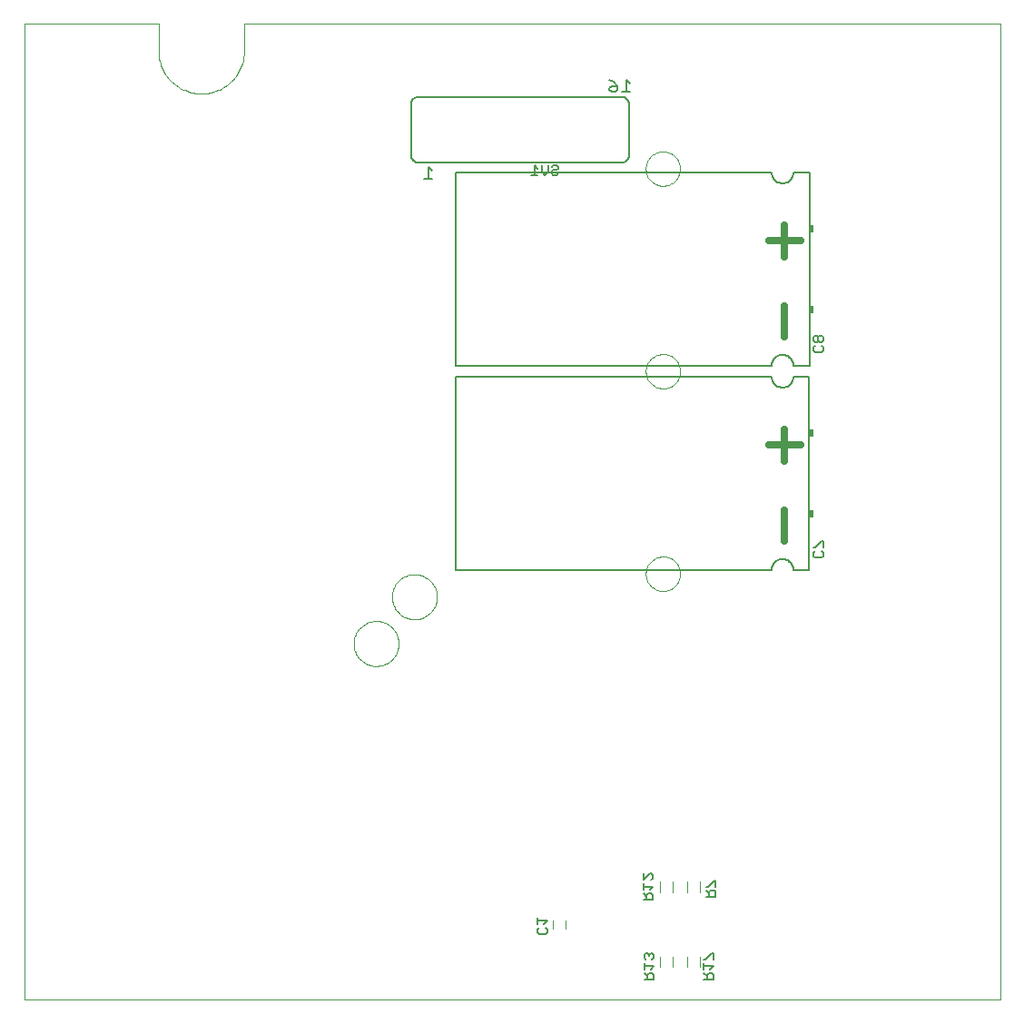
<source format=gbo>
G75*
G70*
%OFA0B0*%
%FSLAX24Y24*%
%IPPOS*%
%LPD*%
%AMOC8*
5,1,8,0,0,1.08239X$1,22.5*
%
%ADD10C,0.0000*%
%ADD11C,0.0050*%
%ADD12C,0.0280*%
%ADD13R,0.0138X0.0315*%
%ADD14C,0.0060*%
%ADD15C,0.0031*%
D10*
X000233Y000233D02*
X000233Y036060D01*
X005154Y036060D01*
X005154Y035076D01*
X005156Y034999D01*
X005162Y034922D01*
X005171Y034845D01*
X005184Y034769D01*
X005201Y034693D01*
X005222Y034619D01*
X005246Y034545D01*
X005274Y034473D01*
X005305Y034403D01*
X005340Y034334D01*
X005378Y034266D01*
X005419Y034201D01*
X005464Y034138D01*
X005512Y034077D01*
X005562Y034018D01*
X005615Y033962D01*
X005671Y033909D01*
X005730Y033859D01*
X005791Y033811D01*
X005854Y033766D01*
X005919Y033725D01*
X005987Y033687D01*
X006056Y033652D01*
X006126Y033621D01*
X006198Y033593D01*
X006272Y033569D01*
X006346Y033548D01*
X006422Y033531D01*
X006498Y033518D01*
X006575Y033509D01*
X006652Y033503D01*
X006729Y033501D01*
X006806Y033503D01*
X006883Y033509D01*
X006960Y033518D01*
X007036Y033531D01*
X007112Y033548D01*
X007186Y033569D01*
X007260Y033593D01*
X007332Y033621D01*
X007402Y033652D01*
X007471Y033687D01*
X007539Y033725D01*
X007604Y033766D01*
X007667Y033811D01*
X007728Y033859D01*
X007787Y033909D01*
X007843Y033962D01*
X007896Y034018D01*
X007946Y034077D01*
X007994Y034138D01*
X008039Y034201D01*
X008080Y034266D01*
X008118Y034334D01*
X008153Y034403D01*
X008184Y034473D01*
X008212Y034545D01*
X008236Y034619D01*
X008257Y034693D01*
X008274Y034769D01*
X008287Y034845D01*
X008296Y034922D01*
X008302Y034999D01*
X008304Y035076D01*
X008304Y036060D01*
X036060Y036060D01*
X036060Y000233D01*
X000233Y000233D01*
X012322Y013305D02*
X012324Y013362D01*
X012330Y013419D01*
X012340Y013475D01*
X012353Y013531D01*
X012371Y013585D01*
X012392Y013638D01*
X012417Y013689D01*
X012445Y013739D01*
X012477Y013786D01*
X012511Y013832D01*
X012549Y013874D01*
X012590Y013914D01*
X012633Y013952D01*
X012679Y013986D01*
X012727Y014016D01*
X012777Y014044D01*
X012829Y014068D01*
X012883Y014088D01*
X012937Y014104D01*
X012993Y014117D01*
X013049Y014126D01*
X013106Y014131D01*
X013163Y014132D01*
X013220Y014129D01*
X013277Y014122D01*
X013333Y014111D01*
X013388Y014097D01*
X013442Y014078D01*
X013495Y014056D01*
X013546Y014031D01*
X013595Y014001D01*
X013642Y013969D01*
X013687Y013933D01*
X013729Y013895D01*
X013768Y013853D01*
X013804Y013809D01*
X013838Y013763D01*
X013868Y013714D01*
X013894Y013664D01*
X013917Y013612D01*
X013936Y013558D01*
X013952Y013503D01*
X013964Y013447D01*
X013972Y013390D01*
X013976Y013334D01*
X013976Y013276D01*
X013972Y013220D01*
X013964Y013163D01*
X013952Y013107D01*
X013936Y013052D01*
X013917Y012998D01*
X013894Y012946D01*
X013868Y012896D01*
X013838Y012847D01*
X013804Y012801D01*
X013768Y012757D01*
X013729Y012715D01*
X013687Y012677D01*
X013642Y012641D01*
X013595Y012609D01*
X013546Y012579D01*
X013495Y012554D01*
X013442Y012532D01*
X013388Y012513D01*
X013333Y012499D01*
X013277Y012488D01*
X013220Y012481D01*
X013163Y012478D01*
X013106Y012479D01*
X013049Y012484D01*
X012993Y012493D01*
X012937Y012506D01*
X012883Y012522D01*
X012829Y012542D01*
X012777Y012566D01*
X012727Y012594D01*
X012679Y012624D01*
X012633Y012658D01*
X012590Y012696D01*
X012549Y012736D01*
X012511Y012778D01*
X012477Y012824D01*
X012445Y012871D01*
X012417Y012921D01*
X012392Y012972D01*
X012371Y013025D01*
X012353Y013079D01*
X012340Y013135D01*
X012330Y013191D01*
X012324Y013248D01*
X012322Y013305D01*
X013728Y015024D02*
X013730Y015081D01*
X013736Y015138D01*
X013746Y015194D01*
X013759Y015250D01*
X013777Y015304D01*
X013798Y015357D01*
X013823Y015408D01*
X013851Y015458D01*
X013883Y015505D01*
X013917Y015551D01*
X013955Y015593D01*
X013996Y015633D01*
X014039Y015671D01*
X014085Y015705D01*
X014133Y015735D01*
X014183Y015763D01*
X014235Y015787D01*
X014289Y015807D01*
X014343Y015823D01*
X014399Y015836D01*
X014455Y015845D01*
X014512Y015850D01*
X014569Y015851D01*
X014626Y015848D01*
X014683Y015841D01*
X014739Y015830D01*
X014794Y015816D01*
X014848Y015797D01*
X014901Y015775D01*
X014952Y015750D01*
X015001Y015720D01*
X015048Y015688D01*
X015093Y015652D01*
X015135Y015614D01*
X015174Y015572D01*
X015210Y015528D01*
X015244Y015482D01*
X015274Y015433D01*
X015300Y015383D01*
X015323Y015331D01*
X015342Y015277D01*
X015358Y015222D01*
X015370Y015166D01*
X015378Y015109D01*
X015382Y015053D01*
X015382Y014995D01*
X015378Y014939D01*
X015370Y014882D01*
X015358Y014826D01*
X015342Y014771D01*
X015323Y014717D01*
X015300Y014665D01*
X015274Y014615D01*
X015244Y014566D01*
X015210Y014520D01*
X015174Y014476D01*
X015135Y014434D01*
X015093Y014396D01*
X015048Y014360D01*
X015001Y014328D01*
X014952Y014298D01*
X014901Y014273D01*
X014848Y014251D01*
X014794Y014232D01*
X014739Y014218D01*
X014683Y014207D01*
X014626Y014200D01*
X014569Y014197D01*
X014512Y014198D01*
X014455Y014203D01*
X014399Y014212D01*
X014343Y014225D01*
X014289Y014241D01*
X014235Y014261D01*
X014183Y014285D01*
X014133Y014313D01*
X014085Y014343D01*
X014039Y014377D01*
X013996Y014415D01*
X013955Y014455D01*
X013917Y014497D01*
X013883Y014543D01*
X013851Y014590D01*
X013823Y014640D01*
X013798Y014691D01*
X013777Y014744D01*
X013759Y014798D01*
X013746Y014854D01*
X013736Y014910D01*
X013730Y014967D01*
X013728Y015024D01*
X023050Y015868D02*
X023052Y015918D01*
X023058Y015968D01*
X023068Y016017D01*
X023082Y016065D01*
X023099Y016112D01*
X023120Y016157D01*
X023145Y016201D01*
X023173Y016242D01*
X023205Y016281D01*
X023239Y016318D01*
X023276Y016352D01*
X023316Y016382D01*
X023358Y016409D01*
X023402Y016433D01*
X023448Y016454D01*
X023495Y016470D01*
X023543Y016483D01*
X023593Y016492D01*
X023642Y016497D01*
X023693Y016498D01*
X023743Y016495D01*
X023792Y016488D01*
X023841Y016477D01*
X023889Y016462D01*
X023935Y016444D01*
X023980Y016422D01*
X024023Y016396D01*
X024064Y016367D01*
X024103Y016335D01*
X024139Y016300D01*
X024171Y016262D01*
X024201Y016222D01*
X024228Y016179D01*
X024251Y016135D01*
X024270Y016089D01*
X024286Y016041D01*
X024298Y015992D01*
X024306Y015943D01*
X024310Y015893D01*
X024310Y015843D01*
X024306Y015793D01*
X024298Y015744D01*
X024286Y015695D01*
X024270Y015647D01*
X024251Y015601D01*
X024228Y015557D01*
X024201Y015514D01*
X024171Y015474D01*
X024139Y015436D01*
X024103Y015401D01*
X024064Y015369D01*
X024023Y015340D01*
X023980Y015314D01*
X023935Y015292D01*
X023889Y015274D01*
X023841Y015259D01*
X023792Y015248D01*
X023743Y015241D01*
X023693Y015238D01*
X023642Y015239D01*
X023593Y015244D01*
X023543Y015253D01*
X023495Y015266D01*
X023448Y015282D01*
X023402Y015303D01*
X023358Y015327D01*
X023316Y015354D01*
X023276Y015384D01*
X023239Y015418D01*
X023205Y015455D01*
X023173Y015494D01*
X023145Y015535D01*
X023120Y015579D01*
X023099Y015624D01*
X023082Y015671D01*
X023068Y015719D01*
X023058Y015768D01*
X023052Y015818D01*
X023050Y015868D01*
X023050Y023305D02*
X023052Y023355D01*
X023058Y023405D01*
X023068Y023454D01*
X023082Y023502D01*
X023099Y023549D01*
X023120Y023594D01*
X023145Y023638D01*
X023173Y023679D01*
X023205Y023718D01*
X023239Y023755D01*
X023276Y023789D01*
X023316Y023819D01*
X023358Y023846D01*
X023402Y023870D01*
X023448Y023891D01*
X023495Y023907D01*
X023543Y023920D01*
X023593Y023929D01*
X023642Y023934D01*
X023693Y023935D01*
X023743Y023932D01*
X023792Y023925D01*
X023841Y023914D01*
X023889Y023899D01*
X023935Y023881D01*
X023980Y023859D01*
X024023Y023833D01*
X024064Y023804D01*
X024103Y023772D01*
X024139Y023737D01*
X024171Y023699D01*
X024201Y023659D01*
X024228Y023616D01*
X024251Y023572D01*
X024270Y023526D01*
X024286Y023478D01*
X024298Y023429D01*
X024306Y023380D01*
X024310Y023330D01*
X024310Y023280D01*
X024306Y023230D01*
X024298Y023181D01*
X024286Y023132D01*
X024270Y023084D01*
X024251Y023038D01*
X024228Y022994D01*
X024201Y022951D01*
X024171Y022911D01*
X024139Y022873D01*
X024103Y022838D01*
X024064Y022806D01*
X024023Y022777D01*
X023980Y022751D01*
X023935Y022729D01*
X023889Y022711D01*
X023841Y022696D01*
X023792Y022685D01*
X023743Y022678D01*
X023693Y022675D01*
X023642Y022676D01*
X023593Y022681D01*
X023543Y022690D01*
X023495Y022703D01*
X023448Y022719D01*
X023402Y022740D01*
X023358Y022764D01*
X023316Y022791D01*
X023276Y022821D01*
X023239Y022855D01*
X023205Y022892D01*
X023173Y022931D01*
X023145Y022972D01*
X023120Y023016D01*
X023099Y023061D01*
X023082Y023108D01*
X023068Y023156D01*
X023058Y023205D01*
X023052Y023255D01*
X023050Y023305D01*
X023050Y030742D02*
X023052Y030792D01*
X023058Y030842D01*
X023068Y030891D01*
X023082Y030939D01*
X023099Y030986D01*
X023120Y031031D01*
X023145Y031075D01*
X023173Y031116D01*
X023205Y031155D01*
X023239Y031192D01*
X023276Y031226D01*
X023316Y031256D01*
X023358Y031283D01*
X023402Y031307D01*
X023448Y031328D01*
X023495Y031344D01*
X023543Y031357D01*
X023593Y031366D01*
X023642Y031371D01*
X023693Y031372D01*
X023743Y031369D01*
X023792Y031362D01*
X023841Y031351D01*
X023889Y031336D01*
X023935Y031318D01*
X023980Y031296D01*
X024023Y031270D01*
X024064Y031241D01*
X024103Y031209D01*
X024139Y031174D01*
X024171Y031136D01*
X024201Y031096D01*
X024228Y031053D01*
X024251Y031009D01*
X024270Y030963D01*
X024286Y030915D01*
X024298Y030866D01*
X024306Y030817D01*
X024310Y030767D01*
X024310Y030717D01*
X024306Y030667D01*
X024298Y030618D01*
X024286Y030569D01*
X024270Y030521D01*
X024251Y030475D01*
X024228Y030431D01*
X024201Y030388D01*
X024171Y030348D01*
X024139Y030310D01*
X024103Y030275D01*
X024064Y030243D01*
X024023Y030214D01*
X023980Y030188D01*
X023935Y030166D01*
X023889Y030148D01*
X023841Y030133D01*
X023792Y030122D01*
X023743Y030115D01*
X023693Y030112D01*
X023642Y030113D01*
X023593Y030118D01*
X023543Y030127D01*
X023495Y030140D01*
X023448Y030156D01*
X023402Y030177D01*
X023358Y030201D01*
X023316Y030228D01*
X023276Y030258D01*
X023239Y030292D01*
X023205Y030329D01*
X023173Y030368D01*
X023145Y030409D01*
X023120Y030453D01*
X023099Y030498D01*
X023082Y030545D01*
X023068Y030593D01*
X023058Y030642D01*
X023052Y030692D01*
X023050Y030742D01*
D11*
X022476Y033555D02*
X022176Y033555D01*
X022326Y033555D02*
X022326Y034005D01*
X022476Y033855D01*
X022015Y033780D02*
X022015Y033630D01*
X021940Y033555D01*
X021790Y033555D01*
X021715Y033630D01*
X021715Y033705D01*
X021790Y033780D01*
X022015Y033780D01*
X021865Y033930D01*
X021715Y034005D01*
X019764Y030868D02*
X019822Y030809D01*
X019822Y030751D01*
X019764Y030693D01*
X019647Y030693D01*
X019589Y030634D01*
X019589Y030576D01*
X019647Y030517D01*
X019764Y030517D01*
X019822Y030576D01*
X019764Y030868D02*
X019647Y030868D01*
X019589Y030809D01*
X019454Y030868D02*
X019454Y030634D01*
X019337Y030517D01*
X019221Y030634D01*
X019221Y030868D01*
X019086Y030751D02*
X018969Y030868D01*
X018969Y030517D01*
X019086Y030517D02*
X018852Y030517D01*
X016061Y030598D02*
X016061Y023512D01*
X027676Y023512D01*
X027675Y023512D02*
X027677Y023551D01*
X027683Y023589D01*
X027692Y023626D01*
X027705Y023663D01*
X027722Y023698D01*
X027741Y023731D01*
X027764Y023762D01*
X027790Y023791D01*
X027819Y023817D01*
X027850Y023840D01*
X027883Y023859D01*
X027918Y023876D01*
X027955Y023889D01*
X027992Y023898D01*
X028030Y023904D01*
X028069Y023906D01*
X028108Y023904D01*
X028146Y023898D01*
X028183Y023889D01*
X028220Y023876D01*
X028255Y023859D01*
X028288Y023840D01*
X028319Y023817D01*
X028348Y023791D01*
X028374Y023762D01*
X028397Y023731D01*
X028416Y023698D01*
X028433Y023663D01*
X028446Y023626D01*
X028455Y023589D01*
X028461Y023551D01*
X028463Y023512D01*
X029054Y023512D01*
X029054Y030598D01*
X028463Y030598D01*
X028461Y030559D01*
X028455Y030521D01*
X028446Y030484D01*
X028433Y030447D01*
X028416Y030412D01*
X028397Y030379D01*
X028374Y030348D01*
X028348Y030319D01*
X028319Y030293D01*
X028288Y030270D01*
X028255Y030251D01*
X028220Y030234D01*
X028183Y030221D01*
X028146Y030212D01*
X028108Y030206D01*
X028069Y030204D01*
X028030Y030206D01*
X027992Y030212D01*
X027955Y030221D01*
X027918Y030234D01*
X027883Y030251D01*
X027850Y030270D01*
X027819Y030293D01*
X027790Y030319D01*
X027764Y030348D01*
X027741Y030379D01*
X027722Y030412D01*
X027705Y030447D01*
X027692Y030484D01*
X027683Y030521D01*
X027677Y030559D01*
X027675Y030598D01*
X027676Y030598D02*
X016061Y030598D01*
X015215Y030655D02*
X015065Y030805D01*
X015065Y030355D01*
X015215Y030355D02*
X014915Y030355D01*
X016061Y023098D02*
X016061Y016012D01*
X027676Y016012D01*
X027675Y016012D02*
X027677Y016051D01*
X027683Y016089D01*
X027692Y016126D01*
X027705Y016163D01*
X027722Y016198D01*
X027741Y016231D01*
X027764Y016262D01*
X027790Y016291D01*
X027819Y016317D01*
X027850Y016340D01*
X027883Y016359D01*
X027918Y016376D01*
X027955Y016389D01*
X027992Y016398D01*
X028030Y016404D01*
X028069Y016406D01*
X028108Y016404D01*
X028146Y016398D01*
X028183Y016389D01*
X028220Y016376D01*
X028255Y016359D01*
X028288Y016340D01*
X028319Y016317D01*
X028348Y016291D01*
X028374Y016262D01*
X028397Y016231D01*
X028416Y016198D01*
X028433Y016163D01*
X028446Y016126D01*
X028455Y016089D01*
X028461Y016051D01*
X028463Y016012D01*
X029053Y016012D01*
X029053Y023098D01*
X028463Y023098D01*
X028461Y023059D01*
X028455Y023021D01*
X028446Y022984D01*
X028433Y022947D01*
X028416Y022912D01*
X028397Y022879D01*
X028374Y022848D01*
X028348Y022819D01*
X028319Y022793D01*
X028288Y022770D01*
X028255Y022751D01*
X028220Y022734D01*
X028183Y022721D01*
X028146Y022712D01*
X028108Y022706D01*
X028069Y022704D01*
X028030Y022706D01*
X027992Y022712D01*
X027955Y022721D01*
X027918Y022734D01*
X027883Y022751D01*
X027850Y022770D01*
X027819Y022793D01*
X027790Y022819D01*
X027764Y022848D01*
X027741Y022879D01*
X027722Y022912D01*
X027705Y022947D01*
X027692Y022984D01*
X027683Y023021D01*
X027677Y023059D01*
X027675Y023098D01*
X027676Y023098D02*
X016061Y023098D01*
X029205Y024076D02*
X029205Y024192D01*
X029263Y024251D01*
X029263Y024386D02*
X029322Y024386D01*
X029380Y024444D01*
X029380Y024561D01*
X029322Y024619D01*
X029263Y024619D01*
X029205Y024561D01*
X029205Y024444D01*
X029263Y024386D01*
X029380Y024444D02*
X029439Y024386D01*
X029497Y024386D01*
X029555Y024444D01*
X029555Y024561D01*
X029497Y024619D01*
X029439Y024619D01*
X029380Y024561D01*
X029497Y024251D02*
X029555Y024192D01*
X029555Y024076D01*
X029497Y024017D01*
X029263Y024017D01*
X029205Y024076D01*
X029497Y017057D02*
X029263Y016823D01*
X029205Y016823D01*
X029263Y016689D02*
X029205Y016630D01*
X029205Y016513D01*
X029263Y016455D01*
X029497Y016455D01*
X029555Y016513D01*
X029555Y016630D01*
X029497Y016689D01*
X029555Y016823D02*
X029555Y017057D01*
X029497Y017057D01*
X023247Y004863D02*
X023189Y004863D01*
X022955Y004629D01*
X022955Y004863D01*
X023247Y004863D02*
X023305Y004804D01*
X023305Y004687D01*
X023247Y004629D01*
X023305Y004378D02*
X022955Y004378D01*
X022955Y004494D02*
X022955Y004261D01*
X022955Y004126D02*
X023072Y004009D01*
X023072Y004068D02*
X023072Y003892D01*
X022955Y003892D02*
X023305Y003892D01*
X023305Y004068D01*
X023247Y004126D01*
X023130Y004126D01*
X023072Y004068D01*
X023189Y004261D02*
X023305Y004378D01*
X025268Y004386D02*
X025326Y004386D01*
X025559Y004619D01*
X025618Y004619D01*
X025618Y004386D01*
X025559Y004251D02*
X025443Y004251D01*
X025384Y004193D01*
X025384Y004017D01*
X025268Y004017D02*
X025618Y004017D01*
X025618Y004193D01*
X025559Y004251D01*
X025384Y004134D02*
X025268Y004251D01*
X025472Y001945D02*
X025238Y001712D01*
X025180Y001712D01*
X025180Y001577D02*
X025180Y001343D01*
X025180Y001460D02*
X025530Y001460D01*
X025414Y001343D01*
X025472Y001209D02*
X025355Y001209D01*
X025297Y001150D01*
X025297Y000975D01*
X025297Y001092D02*
X025180Y001209D01*
X025180Y000975D02*
X025530Y000975D01*
X025530Y001150D01*
X025472Y001209D01*
X025530Y001712D02*
X025530Y001945D01*
X025472Y001945D01*
X023343Y001887D02*
X023343Y001770D01*
X023284Y001712D01*
X023168Y001828D02*
X023168Y001887D01*
X023109Y001945D01*
X023051Y001945D01*
X022992Y001887D01*
X022992Y001770D01*
X023051Y001712D01*
X022992Y001577D02*
X022992Y001343D01*
X022992Y001460D02*
X023343Y001460D01*
X023226Y001343D01*
X023284Y001209D02*
X023168Y001209D01*
X023109Y001150D01*
X023109Y000975D01*
X022992Y000975D02*
X023343Y000975D01*
X023343Y001150D01*
X023284Y001209D01*
X023109Y001092D02*
X022992Y001209D01*
X023168Y001887D02*
X023226Y001945D01*
X023284Y001945D01*
X023343Y001887D01*
X019430Y002701D02*
X019372Y002642D01*
X019138Y002642D01*
X019080Y002701D01*
X019080Y002818D01*
X019138Y002876D01*
X019080Y003011D02*
X019080Y003244D01*
X019080Y003128D02*
X019430Y003128D01*
X019314Y003011D01*
X019372Y002876D02*
X019430Y002818D01*
X019430Y002701D01*
D12*
X028153Y017066D02*
X028153Y018214D01*
X028153Y020019D02*
X028153Y021166D01*
X028726Y020593D02*
X027579Y020593D01*
X028153Y024566D02*
X028153Y025714D01*
X028153Y027519D02*
X028153Y028666D01*
X028727Y028092D02*
X027579Y028092D01*
D13*
X029142Y028531D03*
X029142Y025578D03*
X029142Y021031D03*
X029142Y018079D03*
D14*
X022180Y030980D02*
X014680Y030980D01*
X014650Y030982D01*
X014620Y030987D01*
X014591Y030996D01*
X014564Y031009D01*
X014538Y031024D01*
X014514Y031043D01*
X014493Y031064D01*
X014474Y031088D01*
X014459Y031114D01*
X014446Y031141D01*
X014437Y031170D01*
X014432Y031200D01*
X014430Y031230D01*
X014430Y033130D01*
X014432Y033160D01*
X014437Y033190D01*
X014446Y033219D01*
X014459Y033246D01*
X014474Y033272D01*
X014493Y033296D01*
X014514Y033317D01*
X014538Y033336D01*
X014564Y033351D01*
X014591Y033364D01*
X014620Y033373D01*
X014650Y033378D01*
X014680Y033380D01*
X022180Y033380D01*
X022210Y033378D01*
X022240Y033373D01*
X022269Y033364D01*
X022296Y033351D01*
X022322Y033336D01*
X022346Y033317D01*
X022367Y033296D01*
X022386Y033272D01*
X022401Y033246D01*
X022414Y033219D01*
X022423Y033190D01*
X022428Y033160D01*
X022430Y033130D01*
X022430Y031230D01*
X022428Y031200D01*
X022423Y031170D01*
X022414Y031141D01*
X022401Y031114D01*
X022386Y031088D01*
X022367Y031064D01*
X022346Y031043D01*
X022322Y031024D01*
X022296Y031009D01*
X022269Y030996D01*
X022240Y030987D01*
X022210Y030982D01*
X022180Y030980D01*
D15*
X023569Y004564D02*
X023569Y004171D01*
X024041Y004171D02*
X024041Y004564D01*
X024569Y004564D02*
X024569Y004171D01*
X025041Y004171D02*
X025041Y004564D01*
X025041Y001814D02*
X025041Y001421D01*
X024569Y001421D02*
X024569Y001814D01*
X024041Y001814D02*
X024041Y001421D01*
X023569Y001421D02*
X023569Y001814D01*
X020104Y002835D02*
X020104Y003150D01*
X019631Y003150D02*
X019631Y002835D01*
M02*

</source>
